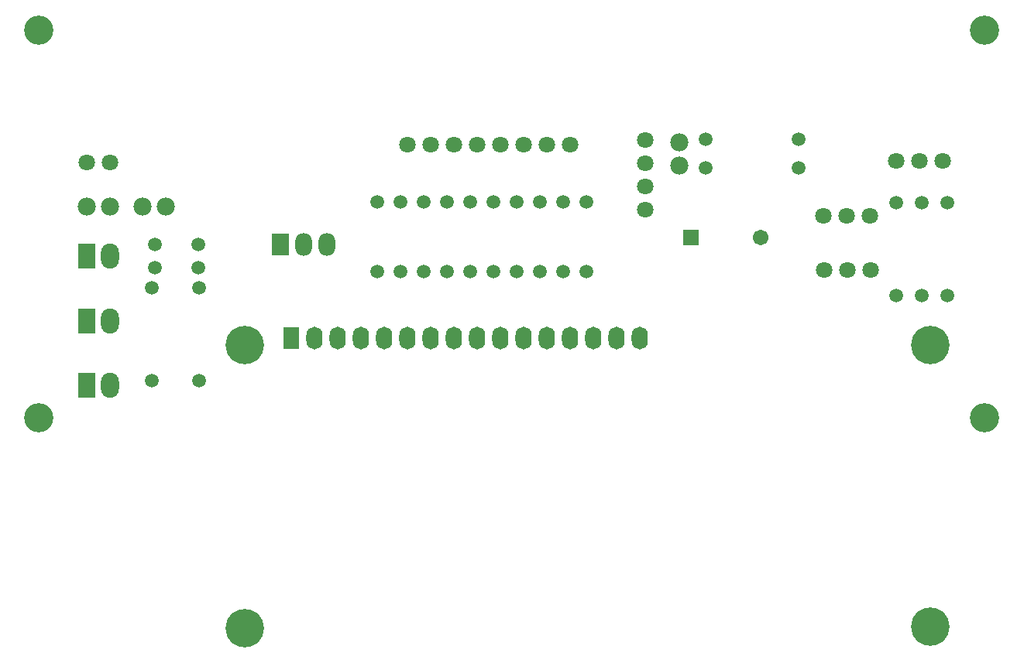
<source format=gbs>
G04*
G04 #@! TF.GenerationSoftware,Altium Limited,Altium Designer,21.9.2 (33)*
G04*
G04 Layer_Color=16711935*
%FSTAX24Y24*%
%MOIN*%
G70*
G04*
G04 #@! TF.SameCoordinates,A68203B9-CA12-4FF3-9F36-A0A22A6ADD5B*
G04*
G04*
G04 #@! TF.FilePolarity,Negative*
G04*
G01*
G75*
%ADD18C,0.0709*%
%ADD19C,0.1260*%
%ADD20C,0.0592*%
%ADD21R,0.0780X0.1080*%
%ADD22O,0.0780X0.1080*%
%ADD23C,0.0780*%
%ADD24C,0.0591*%
%ADD25R,0.0671X0.0671*%
%ADD26C,0.0671*%
%ADD27C,0.0710*%
%ADD28R,0.0730X0.0980*%
%ADD29O,0.0730X0.0980*%
%ADD30C,0.1655*%
%ADD31R,0.0700X0.0980*%
%ADD32O,0.0700X0.0980*%
D18*
X0248Y022754D02*
D03*
X0238D02*
D03*
X04785Y023704D02*
D03*
Y022704D02*
D03*
Y021704D02*
D03*
Y020704D02*
D03*
X0446Y023504D02*
D03*
X0436D02*
D03*
X0426D02*
D03*
X0416D02*
D03*
X0406D02*
D03*
X0396D02*
D03*
X0386D02*
D03*
X0376D02*
D03*
X05555Y0181D02*
D03*
X05655D02*
D03*
X0555Y02045D02*
D03*
X0565D02*
D03*
X05965Y0228D02*
D03*
X06065D02*
D03*
X05865D02*
D03*
D19*
X06245Y028454D02*
D03*
X02175D02*
D03*
X06245Y011754D02*
D03*
X02175D02*
D03*
D20*
X02675Y0182D02*
D03*
Y0192D02*
D03*
X0453Y02105D02*
D03*
X0443D02*
D03*
X0433D02*
D03*
X0423D02*
D03*
X0413D02*
D03*
X0403D02*
D03*
X0393D02*
D03*
X0383D02*
D03*
X0373D02*
D03*
X0363D02*
D03*
X0453Y01805D02*
D03*
X0443D02*
D03*
X0433D02*
D03*
X0423D02*
D03*
X0413D02*
D03*
X0403D02*
D03*
X0393D02*
D03*
X0383D02*
D03*
X0373D02*
D03*
X0363D02*
D03*
X0286Y0192D02*
D03*
Y0182D02*
D03*
D21*
X0238Y0187D02*
D03*
Y01315D02*
D03*
Y015925D02*
D03*
D22*
X0248Y0187D02*
D03*
Y01315D02*
D03*
Y015925D02*
D03*
D23*
X0262Y02085D02*
D03*
X0272D02*
D03*
X0248D02*
D03*
X0238D02*
D03*
X0493Y0226D02*
D03*
Y0236D02*
D03*
D24*
X0266Y01335D02*
D03*
Y01735D02*
D03*
X02865Y01335D02*
D03*
Y01735D02*
D03*
X06085Y017D02*
D03*
Y021D02*
D03*
X05975Y017D02*
D03*
Y021D02*
D03*
X05865D02*
D03*
Y017D02*
D03*
X05045Y02375D02*
D03*
X05445D02*
D03*
Y0225D02*
D03*
X05045D02*
D03*
D25*
X0498Y019495D02*
D03*
D26*
X0528Y0195D02*
D03*
D27*
X05755Y0181D02*
D03*
X0575Y02045D02*
D03*
D28*
X03215Y0192D02*
D03*
D29*
X03315D02*
D03*
X03415D02*
D03*
D30*
X0306Y014885D02*
D03*
Y002685D02*
D03*
X0601Y002735D02*
D03*
Y014885D02*
D03*
D31*
X0326Y015185D02*
D03*
D32*
X0336D02*
D03*
X0346D02*
D03*
X0356D02*
D03*
X0366D02*
D03*
X0376D02*
D03*
X0386D02*
D03*
X0396D02*
D03*
X0406D02*
D03*
X0416D02*
D03*
X0426D02*
D03*
X0436D02*
D03*
X0446D02*
D03*
X0456D02*
D03*
X0466D02*
D03*
X0476D02*
D03*
M02*

</source>
